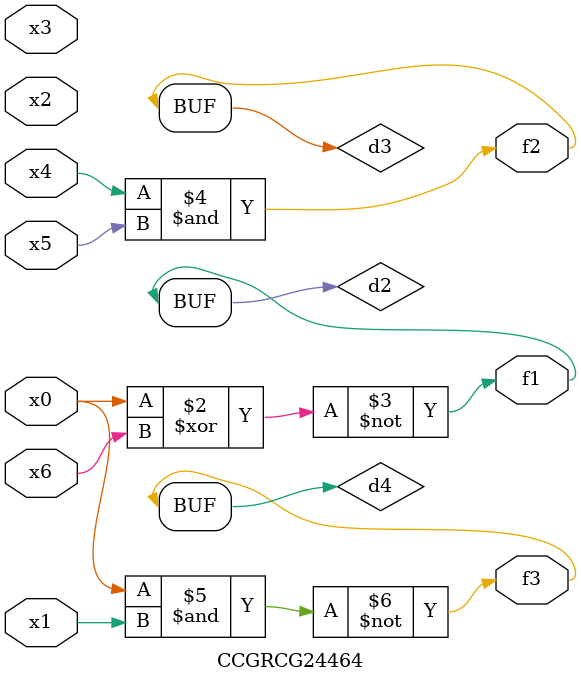
<source format=v>
module CCGRCG24464(
	input x0, x1, x2, x3, x4, x5, x6,
	output f1, f2, f3
);

	wire d1, d2, d3, d4;

	nor (d1, x0);
	xnor (d2, x0, x6);
	and (d3, x4, x5);
	nand (d4, x0, x1);
	assign f1 = d2;
	assign f2 = d3;
	assign f3 = d4;
endmodule

</source>
